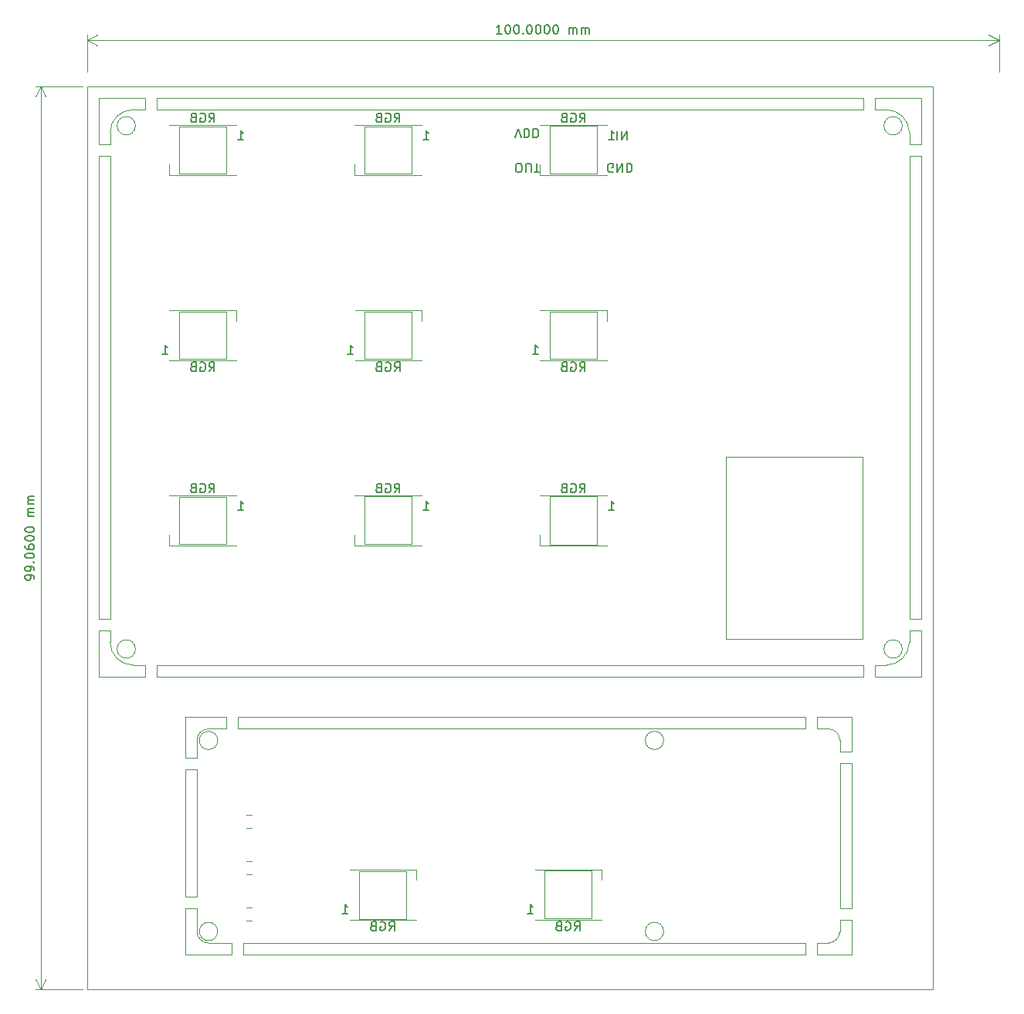
<source format=gbr>
%TF.GenerationSoftware,KiCad,Pcbnew,(6.0.5)*%
%TF.CreationDate,2022-06-14T18:11:56+08:00*%
%TF.ProjectId,keyboard_V4___,6b657962-6f61-4726-945f-56345f087f2e,rev?*%
%TF.SameCoordinates,Original*%
%TF.FileFunction,Legend,Bot*%
%TF.FilePolarity,Positive*%
%FSLAX46Y46*%
G04 Gerber Fmt 4.6, Leading zero omitted, Abs format (unit mm)*
G04 Created by KiCad (PCBNEW (6.0.5)) date 2022-06-14 18:11:56*
%MOMM*%
%LPD*%
G01*
G04 APERTURE LIST*
%TA.AperFunction,Profile*%
%ADD10C,0.050000*%
%TD*%
%ADD11C,0.150000*%
%ADD12C,0.120000*%
G04 APERTURE END LIST*
D10*
X110490000Y-125095000D02*
G75*
G03*
X109220000Y-123825000I-1270000J0D01*
G01*
X40005000Y-146050000D02*
G75*
G03*
X41275000Y-147320000I1270000J0D01*
G01*
X119380000Y-60960000D02*
X118110000Y-60960000D01*
X114300000Y-116840000D02*
X114300000Y-118110000D01*
X30480000Y-113030000D02*
X30480000Y-114300000D01*
X106680000Y-148590000D02*
X106680000Y-147320000D01*
X44450000Y-122555000D02*
X44450000Y-123825000D01*
X40005000Y-125095000D02*
X40005000Y-127000000D01*
X111760000Y-148590000D02*
X111760000Y-144780000D01*
X43241538Y-103567747D02*
X38059938Y-103567747D01*
X38059938Y-103567747D02*
X38059938Y-98356147D01*
X38059938Y-98356147D02*
X43241538Y-98356147D01*
X43241538Y-98356147D02*
X43241538Y-103567747D01*
X110490000Y-126365000D02*
X110490000Y-125095000D01*
X109220000Y-147320000D02*
G75*
G03*
X110490000Y-146050000I0J1270000D01*
G01*
X119380000Y-111760000D02*
X119380000Y-60960000D01*
X113030000Y-55880000D02*
X35560000Y-55880000D01*
X118110000Y-111760000D02*
X119380000Y-111760000D01*
X57789200Y-139414200D02*
X62970800Y-139414200D01*
X62970800Y-139414200D02*
X62970800Y-144666600D01*
X62970800Y-144666600D02*
X57789200Y-144666600D01*
X57789200Y-144666600D02*
X57789200Y-139414200D01*
X113030000Y-55880000D02*
X113030000Y-54610000D01*
X29210000Y-54610000D02*
X29210000Y-59690000D01*
X107950000Y-147320000D02*
X107950000Y-148590000D01*
X35560000Y-116840000D02*
X35560000Y-118110000D01*
X34290000Y-54610000D02*
X34290000Y-55880000D01*
X83870800Y-83235800D02*
X78689200Y-83235800D01*
X78689200Y-83235800D02*
X78689200Y-78054200D01*
X78689200Y-78054200D02*
X83870800Y-78054200D01*
X83870800Y-78054200D02*
X83870800Y-83235800D01*
X40005000Y-128270000D02*
X40005000Y-142240000D01*
X27940000Y-53340000D02*
X120650000Y-53340000D01*
X120650000Y-53340000D02*
X120650000Y-152400000D01*
X120650000Y-152400000D02*
X27940000Y-152400000D01*
X27940000Y-152400000D02*
X27940000Y-53340000D01*
X40005000Y-143510000D02*
X40005000Y-146050000D01*
X114300000Y-55880000D02*
X114300000Y-54610000D01*
X117332000Y-57658000D02*
G75*
G03*
X117332000Y-57658000I-1000000J0D01*
G01*
X110490000Y-144780000D02*
X110490000Y-146050000D01*
X38735000Y-142240000D02*
X38735000Y-128270000D01*
X110490000Y-143510000D02*
X111760000Y-143510000D01*
X111760000Y-143510000D02*
X111760000Y-127635000D01*
X34290000Y-54610000D02*
X29210000Y-54610000D01*
X30480000Y-60960000D02*
X29210000Y-60960000D01*
X83876806Y-103618547D02*
X78695206Y-103618547D01*
X78695206Y-103618547D02*
X78695206Y-98315347D01*
X78695206Y-98315347D02*
X83876806Y-98315347D01*
X83876806Y-98315347D02*
X83876806Y-103618547D01*
X35560000Y-54610000D02*
X35560000Y-55880000D01*
X43241538Y-83255800D02*
X38059938Y-83255800D01*
X38059938Y-83255800D02*
X38059938Y-78054200D01*
X38059938Y-78054200D02*
X43241538Y-78054200D01*
X43241538Y-78054200D02*
X43241538Y-83255800D01*
X111760000Y-144780000D02*
X110490000Y-144780000D01*
X38735000Y-143510000D02*
X40005000Y-143510000D01*
X91170000Y-146050000D02*
G75*
G03*
X91170000Y-146050000I-1000000J0D01*
G01*
X30480000Y-59690000D02*
X30480000Y-58420000D01*
X29210000Y-60960000D02*
X29210000Y-111760000D01*
X119380000Y-54610000D02*
X119380000Y-59690000D01*
X63559172Y-83255800D02*
X58377572Y-83255800D01*
X58377572Y-83255800D02*
X58377572Y-78054200D01*
X58377572Y-78054200D02*
X63559172Y-78054200D01*
X63559172Y-78054200D02*
X63559172Y-83255800D01*
X63550800Y-103575000D02*
X58369200Y-103575000D01*
X58369200Y-103575000D02*
X58369200Y-98322600D01*
X58369200Y-98322600D02*
X63550800Y-98322600D01*
X63550800Y-98322600D02*
X63550800Y-103575000D01*
X33020000Y-55880000D02*
X34290000Y-55880000D01*
X43815000Y-148590000D02*
X43815000Y-147320000D01*
X119380000Y-118110000D02*
X119380000Y-113030000D01*
X43180000Y-123825000D02*
X41275000Y-123825000D01*
X115570000Y-55880000D02*
X114300000Y-55880000D01*
X117332000Y-115062000D02*
G75*
G03*
X117332000Y-115062000I-1000000J0D01*
G01*
X41275000Y-123825000D02*
G75*
G03*
X40005000Y-125095000I0J-1270000D01*
G01*
X40005000Y-127000000D02*
X38735000Y-127000000D01*
X114300000Y-54610000D02*
X119380000Y-54610000D01*
X78109200Y-139398800D02*
X83290800Y-139398800D01*
X83290800Y-139398800D02*
X83290800Y-144651200D01*
X83290800Y-144651200D02*
X78109200Y-144651200D01*
X78109200Y-144651200D02*
X78109200Y-139398800D01*
X118110000Y-60960000D02*
X118110000Y-111760000D01*
X113030000Y-54610000D02*
X35560000Y-54610000D01*
X30480000Y-60960000D02*
X30480000Y-111760000D01*
X106680000Y-147320000D02*
X45085000Y-147320000D01*
X44450000Y-123825000D02*
X106680000Y-123825000D01*
X30480000Y-114300000D02*
G75*
G03*
X33020000Y-116840000I2540000J0D01*
G01*
X42275000Y-125095000D02*
G75*
G03*
X42275000Y-125095000I-1000000J0D01*
G01*
X45085000Y-147320000D02*
X45085000Y-148590000D01*
X110490000Y-127635000D02*
X110490000Y-143510000D01*
X111760000Y-122555000D02*
X111760000Y-126365000D01*
X30480000Y-113030000D02*
X29210000Y-113030000D01*
X107950000Y-148590000D02*
X111760000Y-148590000D01*
X43230800Y-62935800D02*
X38049200Y-62935800D01*
X38049200Y-62935800D02*
X38049200Y-57714200D01*
X38049200Y-57714200D02*
X43230800Y-57714200D01*
X43230800Y-57714200D02*
X43230800Y-62935800D01*
X34290000Y-118110000D02*
X34290000Y-116840000D01*
X38735000Y-122555000D02*
X43180000Y-122555000D01*
X29210000Y-111760000D02*
X30480000Y-111760000D01*
X40005000Y-142240000D02*
X38735000Y-142240000D01*
X111760000Y-127635000D02*
X110490000Y-127635000D01*
X113030000Y-118110000D02*
X113030000Y-116840000D01*
X119380000Y-59690000D02*
X118110000Y-59690000D01*
X106680000Y-122555000D02*
X44450000Y-122555000D01*
X43815000Y-147320000D02*
X41275000Y-147320000D01*
X45085000Y-148590000D02*
X106680000Y-148590000D01*
X115570000Y-116840000D02*
X114300000Y-116840000D01*
X118110000Y-58420000D02*
X118110000Y-59690000D01*
X114300000Y-118110000D02*
X119380000Y-118110000D01*
X109220000Y-123825000D02*
X107950000Y-123825000D01*
X35560000Y-116840000D02*
X113030000Y-116840000D01*
X29210000Y-113030000D02*
X29210000Y-118110000D01*
X107950000Y-123825000D02*
X107950000Y-122555000D01*
X34290000Y-116840000D02*
X33020000Y-116840000D01*
X83870800Y-62925800D02*
X78689200Y-62925800D01*
X78689200Y-62925800D02*
X78689200Y-57683400D01*
X78689200Y-57683400D02*
X83870800Y-57683400D01*
X83870800Y-57683400D02*
X83870800Y-62925800D01*
X38735000Y-127000000D02*
X38735000Y-122555000D01*
X107950000Y-122555000D02*
X111760000Y-122555000D01*
X35560000Y-118110000D02*
X113030000Y-118110000D01*
X33258000Y-57658000D02*
G75*
G03*
X33258000Y-57658000I-1000000J0D01*
G01*
X38735000Y-143510000D02*
X38735000Y-148590000D01*
X91170000Y-125095000D02*
G75*
G03*
X91170000Y-125095000I-1000000J0D01*
G01*
X29210000Y-118110000D02*
X34290000Y-118110000D01*
X33020000Y-55880000D02*
G75*
G03*
X30480000Y-58420000I0J-2540000D01*
G01*
X118110000Y-58420000D02*
G75*
G03*
X115570000Y-55880000I-2540000J0D01*
G01*
X63550800Y-62935800D02*
X58369200Y-62935800D01*
X58369200Y-62935800D02*
X58369200Y-57714200D01*
X58369200Y-57714200D02*
X63550800Y-57714200D01*
X63550800Y-57714200D02*
X63550800Y-62935800D01*
X98000000Y-94000000D02*
X113000000Y-94000000D01*
X113000000Y-94000000D02*
X113000000Y-114000000D01*
X113000000Y-114000000D02*
X98000000Y-114000000D01*
X98000000Y-114000000D02*
X98000000Y-94000000D01*
X29210000Y-59690000D02*
X30480000Y-59690000D01*
X43180000Y-122555000D02*
X43180000Y-123825000D01*
X106680000Y-123825000D02*
X106680000Y-122555000D01*
X42275000Y-146050000D02*
G75*
G03*
X42275000Y-146050000I-1000000J0D01*
G01*
X118110000Y-113030000D02*
X118110000Y-114300000D01*
X115570000Y-116840000D02*
G75*
G03*
X118110000Y-114300000I0J2540000D01*
G01*
X33258000Y-115062000D02*
G75*
G03*
X33258000Y-115062000I-1000000J0D01*
G01*
X38735000Y-148590000D02*
X43815000Y-148590000D01*
X109220000Y-147320000D02*
X107950000Y-147320000D01*
X119380000Y-113030000D02*
X118110000Y-113030000D01*
X111760000Y-126365000D02*
X110490000Y-126365000D01*
X38735000Y-128270000D02*
X40005000Y-128270000D01*
D11*
X75200000Y-62777619D02*
X75390476Y-62777619D01*
X75485714Y-62730000D01*
X75580952Y-62634761D01*
X75628571Y-62444285D01*
X75628571Y-62110952D01*
X75580952Y-61920476D01*
X75485714Y-61825238D01*
X75390476Y-61777619D01*
X75200000Y-61777619D01*
X75104761Y-61825238D01*
X75009523Y-61920476D01*
X74961904Y-62110952D01*
X74961904Y-62444285D01*
X75009523Y-62634761D01*
X75104761Y-62730000D01*
X75200000Y-62777619D01*
X76057142Y-62777619D02*
X76057142Y-61968095D01*
X76104761Y-61872857D01*
X76152380Y-61825238D01*
X76247619Y-61777619D01*
X76438095Y-61777619D01*
X76533333Y-61825238D01*
X76580952Y-61872857D01*
X76628571Y-61968095D01*
X76628571Y-62777619D01*
X76961904Y-62777619D02*
X77533333Y-62777619D01*
X77247619Y-61777619D02*
X77247619Y-62777619D01*
X74866666Y-58967619D02*
X75200000Y-57967619D01*
X75533333Y-58967619D01*
X75866666Y-57967619D02*
X75866666Y-58967619D01*
X76104761Y-58967619D01*
X76247619Y-58920000D01*
X76342857Y-58824761D01*
X76390476Y-58729523D01*
X76438095Y-58539047D01*
X76438095Y-58396190D01*
X76390476Y-58205714D01*
X76342857Y-58110476D01*
X76247619Y-58015238D01*
X76104761Y-57967619D01*
X75866666Y-57967619D01*
X76866666Y-57967619D02*
X76866666Y-58967619D01*
X77104761Y-58967619D01*
X77247619Y-58920000D01*
X77342857Y-58824761D01*
X77390476Y-58729523D01*
X77438095Y-58539047D01*
X77438095Y-58396190D01*
X77390476Y-58205714D01*
X77342857Y-58110476D01*
X77247619Y-58015238D01*
X77104761Y-57967619D01*
X76866666Y-57967619D01*
X85598095Y-62730000D02*
X85502857Y-62777619D01*
X85360000Y-62777619D01*
X85217142Y-62730000D01*
X85121904Y-62634761D01*
X85074285Y-62539523D01*
X85026666Y-62349047D01*
X85026666Y-62206190D01*
X85074285Y-62015714D01*
X85121904Y-61920476D01*
X85217142Y-61825238D01*
X85360000Y-61777619D01*
X85455238Y-61777619D01*
X85598095Y-61825238D01*
X85645714Y-61872857D01*
X85645714Y-62206190D01*
X85455238Y-62206190D01*
X86074285Y-61777619D02*
X86074285Y-62777619D01*
X86645714Y-61777619D01*
X86645714Y-62777619D01*
X87121904Y-61777619D02*
X87121904Y-62777619D01*
X87360000Y-62777619D01*
X87502857Y-62730000D01*
X87598095Y-62634761D01*
X87645714Y-62539523D01*
X87693333Y-62349047D01*
X87693333Y-62206190D01*
X87645714Y-62015714D01*
X87598095Y-61920476D01*
X87502857Y-61825238D01*
X87360000Y-61777619D01*
X87121904Y-61777619D01*
X86090190Y-58221619D02*
X86090190Y-59221619D01*
X86566380Y-58221619D02*
X86566380Y-59221619D01*
X87137809Y-58221619D01*
X87137809Y-59221619D01*
X73416190Y-47562380D02*
X72844761Y-47562380D01*
X73130476Y-47562380D02*
X73130476Y-46562380D01*
X73035238Y-46705238D01*
X72940000Y-46800476D01*
X72844761Y-46848095D01*
X74035238Y-46562380D02*
X74130476Y-46562380D01*
X74225714Y-46610000D01*
X74273333Y-46657619D01*
X74320952Y-46752857D01*
X74368571Y-46943333D01*
X74368571Y-47181428D01*
X74320952Y-47371904D01*
X74273333Y-47467142D01*
X74225714Y-47514761D01*
X74130476Y-47562380D01*
X74035238Y-47562380D01*
X73940000Y-47514761D01*
X73892380Y-47467142D01*
X73844761Y-47371904D01*
X73797142Y-47181428D01*
X73797142Y-46943333D01*
X73844761Y-46752857D01*
X73892380Y-46657619D01*
X73940000Y-46610000D01*
X74035238Y-46562380D01*
X74987619Y-46562380D02*
X75082857Y-46562380D01*
X75178095Y-46610000D01*
X75225714Y-46657619D01*
X75273333Y-46752857D01*
X75320952Y-46943333D01*
X75320952Y-47181428D01*
X75273333Y-47371904D01*
X75225714Y-47467142D01*
X75178095Y-47514761D01*
X75082857Y-47562380D01*
X74987619Y-47562380D01*
X74892380Y-47514761D01*
X74844761Y-47467142D01*
X74797142Y-47371904D01*
X74749523Y-47181428D01*
X74749523Y-46943333D01*
X74797142Y-46752857D01*
X74844761Y-46657619D01*
X74892380Y-46610000D01*
X74987619Y-46562380D01*
X75749523Y-47467142D02*
X75797142Y-47514761D01*
X75749523Y-47562380D01*
X75701904Y-47514761D01*
X75749523Y-47467142D01*
X75749523Y-47562380D01*
X76416190Y-46562380D02*
X76511428Y-46562380D01*
X76606666Y-46610000D01*
X76654285Y-46657619D01*
X76701904Y-46752857D01*
X76749523Y-46943333D01*
X76749523Y-47181428D01*
X76701904Y-47371904D01*
X76654285Y-47467142D01*
X76606666Y-47514761D01*
X76511428Y-47562380D01*
X76416190Y-47562380D01*
X76320952Y-47514761D01*
X76273333Y-47467142D01*
X76225714Y-47371904D01*
X76178095Y-47181428D01*
X76178095Y-46943333D01*
X76225714Y-46752857D01*
X76273333Y-46657619D01*
X76320952Y-46610000D01*
X76416190Y-46562380D01*
X77368571Y-46562380D02*
X77463809Y-46562380D01*
X77559047Y-46610000D01*
X77606666Y-46657619D01*
X77654285Y-46752857D01*
X77701904Y-46943333D01*
X77701904Y-47181428D01*
X77654285Y-47371904D01*
X77606666Y-47467142D01*
X77559047Y-47514761D01*
X77463809Y-47562380D01*
X77368571Y-47562380D01*
X77273333Y-47514761D01*
X77225714Y-47467142D01*
X77178095Y-47371904D01*
X77130476Y-47181428D01*
X77130476Y-46943333D01*
X77178095Y-46752857D01*
X77225714Y-46657619D01*
X77273333Y-46610000D01*
X77368571Y-46562380D01*
X78320952Y-46562380D02*
X78416190Y-46562380D01*
X78511428Y-46610000D01*
X78559047Y-46657619D01*
X78606666Y-46752857D01*
X78654285Y-46943333D01*
X78654285Y-47181428D01*
X78606666Y-47371904D01*
X78559047Y-47467142D01*
X78511428Y-47514761D01*
X78416190Y-47562380D01*
X78320952Y-47562380D01*
X78225714Y-47514761D01*
X78178095Y-47467142D01*
X78130476Y-47371904D01*
X78082857Y-47181428D01*
X78082857Y-46943333D01*
X78130476Y-46752857D01*
X78178095Y-46657619D01*
X78225714Y-46610000D01*
X78320952Y-46562380D01*
X79273333Y-46562380D02*
X79368571Y-46562380D01*
X79463809Y-46610000D01*
X79511428Y-46657619D01*
X79559047Y-46752857D01*
X79606666Y-46943333D01*
X79606666Y-47181428D01*
X79559047Y-47371904D01*
X79511428Y-47467142D01*
X79463809Y-47514761D01*
X79368571Y-47562380D01*
X79273333Y-47562380D01*
X79178095Y-47514761D01*
X79130476Y-47467142D01*
X79082857Y-47371904D01*
X79035238Y-47181428D01*
X79035238Y-46943333D01*
X79082857Y-46752857D01*
X79130476Y-46657619D01*
X79178095Y-46610000D01*
X79273333Y-46562380D01*
X80797142Y-47562380D02*
X80797142Y-46895714D01*
X80797142Y-46990952D02*
X80844761Y-46943333D01*
X80940000Y-46895714D01*
X81082857Y-46895714D01*
X81178095Y-46943333D01*
X81225714Y-47038571D01*
X81225714Y-47562380D01*
X81225714Y-47038571D02*
X81273333Y-46943333D01*
X81368571Y-46895714D01*
X81511428Y-46895714D01*
X81606666Y-46943333D01*
X81654285Y-47038571D01*
X81654285Y-47562380D01*
X82130476Y-47562380D02*
X82130476Y-46895714D01*
X82130476Y-46990952D02*
X82178095Y-46943333D01*
X82273333Y-46895714D01*
X82416190Y-46895714D01*
X82511428Y-46943333D01*
X82559047Y-47038571D01*
X82559047Y-47562380D01*
X82559047Y-47038571D02*
X82606666Y-46943333D01*
X82701904Y-46895714D01*
X82844761Y-46895714D01*
X82940000Y-46943333D01*
X82987619Y-47038571D01*
X82987619Y-47562380D01*
D12*
X27940000Y-51760000D02*
X27940000Y-47673580D01*
X127940000Y-51760000D02*
X127940000Y-47673580D01*
X27940000Y-48260000D02*
X127940000Y-48260000D01*
X27940000Y-48260000D02*
X127940000Y-48260000D01*
X27940000Y-48260000D02*
X29066504Y-48846421D01*
X27940000Y-48260000D02*
X29066504Y-47673579D01*
X127940000Y-48260000D02*
X126813496Y-47673579D01*
X127940000Y-48260000D02*
X126813496Y-48846421D01*
D11*
X22162380Y-107393809D02*
X22162380Y-107203333D01*
X22114761Y-107108095D01*
X22067142Y-107060476D01*
X21924285Y-106965238D01*
X21733809Y-106917619D01*
X21352857Y-106917619D01*
X21257619Y-106965238D01*
X21210000Y-107012857D01*
X21162380Y-107108095D01*
X21162380Y-107298571D01*
X21210000Y-107393809D01*
X21257619Y-107441428D01*
X21352857Y-107489047D01*
X21590952Y-107489047D01*
X21686190Y-107441428D01*
X21733809Y-107393809D01*
X21781428Y-107298571D01*
X21781428Y-107108095D01*
X21733809Y-107012857D01*
X21686190Y-106965238D01*
X21590952Y-106917619D01*
X22162380Y-106441428D02*
X22162380Y-106250952D01*
X22114761Y-106155714D01*
X22067142Y-106108095D01*
X21924285Y-106012857D01*
X21733809Y-105965238D01*
X21352857Y-105965238D01*
X21257619Y-106012857D01*
X21210000Y-106060476D01*
X21162380Y-106155714D01*
X21162380Y-106346190D01*
X21210000Y-106441428D01*
X21257619Y-106489047D01*
X21352857Y-106536666D01*
X21590952Y-106536666D01*
X21686190Y-106489047D01*
X21733809Y-106441428D01*
X21781428Y-106346190D01*
X21781428Y-106155714D01*
X21733809Y-106060476D01*
X21686190Y-106012857D01*
X21590952Y-105965238D01*
X22067142Y-105536666D02*
X22114761Y-105489047D01*
X22162380Y-105536666D01*
X22114761Y-105584285D01*
X22067142Y-105536666D01*
X22162380Y-105536666D01*
X21162380Y-104870000D02*
X21162380Y-104774761D01*
X21210000Y-104679523D01*
X21257619Y-104631904D01*
X21352857Y-104584285D01*
X21543333Y-104536666D01*
X21781428Y-104536666D01*
X21971904Y-104584285D01*
X22067142Y-104631904D01*
X22114761Y-104679523D01*
X22162380Y-104774761D01*
X22162380Y-104870000D01*
X22114761Y-104965238D01*
X22067142Y-105012857D01*
X21971904Y-105060476D01*
X21781428Y-105108095D01*
X21543333Y-105108095D01*
X21352857Y-105060476D01*
X21257619Y-105012857D01*
X21210000Y-104965238D01*
X21162380Y-104870000D01*
X21162380Y-103679523D02*
X21162380Y-103870000D01*
X21210000Y-103965238D01*
X21257619Y-104012857D01*
X21400476Y-104108095D01*
X21590952Y-104155714D01*
X21971904Y-104155714D01*
X22067142Y-104108095D01*
X22114761Y-104060476D01*
X22162380Y-103965238D01*
X22162380Y-103774761D01*
X22114761Y-103679523D01*
X22067142Y-103631904D01*
X21971904Y-103584285D01*
X21733809Y-103584285D01*
X21638571Y-103631904D01*
X21590952Y-103679523D01*
X21543333Y-103774761D01*
X21543333Y-103965238D01*
X21590952Y-104060476D01*
X21638571Y-104108095D01*
X21733809Y-104155714D01*
X21162380Y-102965238D02*
X21162380Y-102870000D01*
X21210000Y-102774761D01*
X21257619Y-102727142D01*
X21352857Y-102679523D01*
X21543333Y-102631904D01*
X21781428Y-102631904D01*
X21971904Y-102679523D01*
X22067142Y-102727142D01*
X22114761Y-102774761D01*
X22162380Y-102870000D01*
X22162380Y-102965238D01*
X22114761Y-103060476D01*
X22067142Y-103108095D01*
X21971904Y-103155714D01*
X21781428Y-103203333D01*
X21543333Y-103203333D01*
X21352857Y-103155714D01*
X21257619Y-103108095D01*
X21210000Y-103060476D01*
X21162380Y-102965238D01*
X21162380Y-102012857D02*
X21162380Y-101917619D01*
X21210000Y-101822380D01*
X21257619Y-101774761D01*
X21352857Y-101727142D01*
X21543333Y-101679523D01*
X21781428Y-101679523D01*
X21971904Y-101727142D01*
X22067142Y-101774761D01*
X22114761Y-101822380D01*
X22162380Y-101917619D01*
X22162380Y-102012857D01*
X22114761Y-102108095D01*
X22067142Y-102155714D01*
X21971904Y-102203333D01*
X21781428Y-102250952D01*
X21543333Y-102250952D01*
X21352857Y-102203333D01*
X21257619Y-102155714D01*
X21210000Y-102108095D01*
X21162380Y-102012857D01*
X22162380Y-100489047D02*
X21495714Y-100489047D01*
X21590952Y-100489047D02*
X21543333Y-100441428D01*
X21495714Y-100346190D01*
X21495714Y-100203333D01*
X21543333Y-100108095D01*
X21638571Y-100060476D01*
X22162380Y-100060476D01*
X21638571Y-100060476D02*
X21543333Y-100012857D01*
X21495714Y-99917619D01*
X21495714Y-99774761D01*
X21543333Y-99679523D01*
X21638571Y-99631904D01*
X22162380Y-99631904D01*
X22162380Y-99155714D02*
X21495714Y-99155714D01*
X21590952Y-99155714D02*
X21543333Y-99108095D01*
X21495714Y-99012857D01*
X21495714Y-98870000D01*
X21543333Y-98774761D01*
X21638571Y-98727142D01*
X22162380Y-98727142D01*
X21638571Y-98727142D02*
X21543333Y-98679523D01*
X21495714Y-98584285D01*
X21495714Y-98441428D01*
X21543333Y-98346190D01*
X21638571Y-98298571D01*
X22162380Y-98298571D01*
D12*
X27440000Y-53340000D02*
X22273580Y-53340000D01*
X27440000Y-152400000D02*
X22273580Y-152400000D01*
X22860000Y-53340000D02*
X22860000Y-152400000D01*
X22860000Y-53340000D02*
X22860000Y-152400000D01*
X22860000Y-53340000D02*
X22273579Y-54466504D01*
X22860000Y-53340000D02*
X23446421Y-54466504D01*
X22860000Y-152400000D02*
X23446421Y-151273496D01*
X22860000Y-152400000D02*
X22273579Y-151273496D01*
D11*
%TO.C,RGB*%
X61650476Y-57277380D02*
X61983809Y-56801190D01*
X62221904Y-57277380D02*
X62221904Y-56277380D01*
X61840952Y-56277380D01*
X61745714Y-56325000D01*
X61698095Y-56372619D01*
X61650476Y-56467857D01*
X61650476Y-56610714D01*
X61698095Y-56705952D01*
X61745714Y-56753571D01*
X61840952Y-56801190D01*
X62221904Y-56801190D01*
X60698095Y-56325000D02*
X60793333Y-56277380D01*
X60936190Y-56277380D01*
X61079047Y-56325000D01*
X61174285Y-56420238D01*
X61221904Y-56515476D01*
X61269523Y-56705952D01*
X61269523Y-56848809D01*
X61221904Y-57039285D01*
X61174285Y-57134523D01*
X61079047Y-57229761D01*
X60936190Y-57277380D01*
X60840952Y-57277380D01*
X60698095Y-57229761D01*
X60650476Y-57182142D01*
X60650476Y-56848809D01*
X60840952Y-56848809D01*
X59888571Y-56753571D02*
X59745714Y-56801190D01*
X59698095Y-56848809D01*
X59650476Y-56944047D01*
X59650476Y-57086904D01*
X59698095Y-57182142D01*
X59745714Y-57229761D01*
X59840952Y-57277380D01*
X60221904Y-57277380D01*
X60221904Y-56277380D01*
X59888571Y-56277380D01*
X59793333Y-56325000D01*
X59745714Y-56372619D01*
X59698095Y-56467857D01*
X59698095Y-56563095D01*
X59745714Y-56658333D01*
X59793333Y-56705952D01*
X59888571Y-56753571D01*
X60221904Y-56753571D01*
X64824285Y-59177380D02*
X65395714Y-59177380D01*
X65110000Y-59177380D02*
X65110000Y-58177380D01*
X65205238Y-58320238D01*
X65300476Y-58415476D01*
X65395714Y-58463095D01*
X41330476Y-97917380D02*
X41663809Y-97441190D01*
X41901904Y-97917380D02*
X41901904Y-96917380D01*
X41520952Y-96917380D01*
X41425714Y-96965000D01*
X41378095Y-97012619D01*
X41330476Y-97107857D01*
X41330476Y-97250714D01*
X41378095Y-97345952D01*
X41425714Y-97393571D01*
X41520952Y-97441190D01*
X41901904Y-97441190D01*
X40378095Y-96965000D02*
X40473333Y-96917380D01*
X40616190Y-96917380D01*
X40759047Y-96965000D01*
X40854285Y-97060238D01*
X40901904Y-97155476D01*
X40949523Y-97345952D01*
X40949523Y-97488809D01*
X40901904Y-97679285D01*
X40854285Y-97774523D01*
X40759047Y-97869761D01*
X40616190Y-97917380D01*
X40520952Y-97917380D01*
X40378095Y-97869761D01*
X40330476Y-97822142D01*
X40330476Y-97488809D01*
X40520952Y-97488809D01*
X39568571Y-97393571D02*
X39425714Y-97441190D01*
X39378095Y-97488809D01*
X39330476Y-97584047D01*
X39330476Y-97726904D01*
X39378095Y-97822142D01*
X39425714Y-97869761D01*
X39520952Y-97917380D01*
X39901904Y-97917380D01*
X39901904Y-96917380D01*
X39568571Y-96917380D01*
X39473333Y-96965000D01*
X39425714Y-97012619D01*
X39378095Y-97107857D01*
X39378095Y-97203095D01*
X39425714Y-97298333D01*
X39473333Y-97345952D01*
X39568571Y-97393571D01*
X39901904Y-97393571D01*
X44504285Y-99817380D02*
X45075714Y-99817380D01*
X44790000Y-99817380D02*
X44790000Y-98817380D01*
X44885238Y-98960238D01*
X44980476Y-99055476D01*
X45075714Y-99103095D01*
X41330476Y-57277380D02*
X41663809Y-56801190D01*
X41901904Y-57277380D02*
X41901904Y-56277380D01*
X41520952Y-56277380D01*
X41425714Y-56325000D01*
X41378095Y-56372619D01*
X41330476Y-56467857D01*
X41330476Y-56610714D01*
X41378095Y-56705952D01*
X41425714Y-56753571D01*
X41520952Y-56801190D01*
X41901904Y-56801190D01*
X40378095Y-56325000D02*
X40473333Y-56277380D01*
X40616190Y-56277380D01*
X40759047Y-56325000D01*
X40854285Y-56420238D01*
X40901904Y-56515476D01*
X40949523Y-56705952D01*
X40949523Y-56848809D01*
X40901904Y-57039285D01*
X40854285Y-57134523D01*
X40759047Y-57229761D01*
X40616190Y-57277380D01*
X40520952Y-57277380D01*
X40378095Y-57229761D01*
X40330476Y-57182142D01*
X40330476Y-56848809D01*
X40520952Y-56848809D01*
X39568571Y-56753571D02*
X39425714Y-56801190D01*
X39378095Y-56848809D01*
X39330476Y-56944047D01*
X39330476Y-57086904D01*
X39378095Y-57182142D01*
X39425714Y-57229761D01*
X39520952Y-57277380D01*
X39901904Y-57277380D01*
X39901904Y-56277380D01*
X39568571Y-56277380D01*
X39473333Y-56325000D01*
X39425714Y-56372619D01*
X39378095Y-56467857D01*
X39378095Y-56563095D01*
X39425714Y-56658333D01*
X39473333Y-56705952D01*
X39568571Y-56753571D01*
X39901904Y-56753571D01*
X44504285Y-59177380D02*
X45075714Y-59177380D01*
X44790000Y-59177380D02*
X44790000Y-58177380D01*
X44885238Y-58320238D01*
X44980476Y-58415476D01*
X45075714Y-58463095D01*
X61650476Y-97917380D02*
X61983809Y-97441190D01*
X62221904Y-97917380D02*
X62221904Y-96917380D01*
X61840952Y-96917380D01*
X61745714Y-96965000D01*
X61698095Y-97012619D01*
X61650476Y-97107857D01*
X61650476Y-97250714D01*
X61698095Y-97345952D01*
X61745714Y-97393571D01*
X61840952Y-97441190D01*
X62221904Y-97441190D01*
X60698095Y-96965000D02*
X60793333Y-96917380D01*
X60936190Y-96917380D01*
X61079047Y-96965000D01*
X61174285Y-97060238D01*
X61221904Y-97155476D01*
X61269523Y-97345952D01*
X61269523Y-97488809D01*
X61221904Y-97679285D01*
X61174285Y-97774523D01*
X61079047Y-97869761D01*
X60936190Y-97917380D01*
X60840952Y-97917380D01*
X60698095Y-97869761D01*
X60650476Y-97822142D01*
X60650476Y-97488809D01*
X60840952Y-97488809D01*
X59888571Y-97393571D02*
X59745714Y-97441190D01*
X59698095Y-97488809D01*
X59650476Y-97584047D01*
X59650476Y-97726904D01*
X59698095Y-97822142D01*
X59745714Y-97869761D01*
X59840952Y-97917380D01*
X60221904Y-97917380D01*
X60221904Y-96917380D01*
X59888571Y-96917380D01*
X59793333Y-96965000D01*
X59745714Y-97012619D01*
X59698095Y-97107857D01*
X59698095Y-97203095D01*
X59745714Y-97298333D01*
X59793333Y-97345952D01*
X59888571Y-97393571D01*
X60221904Y-97393571D01*
X64824285Y-99817380D02*
X65395714Y-99817380D01*
X65110000Y-99817380D02*
X65110000Y-98817380D01*
X65205238Y-98960238D01*
X65300476Y-99055476D01*
X65395714Y-99103095D01*
X81970476Y-97917380D02*
X82303809Y-97441190D01*
X82541904Y-97917380D02*
X82541904Y-96917380D01*
X82160952Y-96917380D01*
X82065714Y-96965000D01*
X82018095Y-97012619D01*
X81970476Y-97107857D01*
X81970476Y-97250714D01*
X82018095Y-97345952D01*
X82065714Y-97393571D01*
X82160952Y-97441190D01*
X82541904Y-97441190D01*
X81018095Y-96965000D02*
X81113333Y-96917380D01*
X81256190Y-96917380D01*
X81399047Y-96965000D01*
X81494285Y-97060238D01*
X81541904Y-97155476D01*
X81589523Y-97345952D01*
X81589523Y-97488809D01*
X81541904Y-97679285D01*
X81494285Y-97774523D01*
X81399047Y-97869761D01*
X81256190Y-97917380D01*
X81160952Y-97917380D01*
X81018095Y-97869761D01*
X80970476Y-97822142D01*
X80970476Y-97488809D01*
X81160952Y-97488809D01*
X80208571Y-97393571D02*
X80065714Y-97441190D01*
X80018095Y-97488809D01*
X79970476Y-97584047D01*
X79970476Y-97726904D01*
X80018095Y-97822142D01*
X80065714Y-97869761D01*
X80160952Y-97917380D01*
X80541904Y-97917380D01*
X80541904Y-96917380D01*
X80208571Y-96917380D01*
X80113333Y-96965000D01*
X80065714Y-97012619D01*
X80018095Y-97107857D01*
X80018095Y-97203095D01*
X80065714Y-97298333D01*
X80113333Y-97345952D01*
X80208571Y-97393571D01*
X80541904Y-97393571D01*
X85144285Y-99817380D02*
X85715714Y-99817380D01*
X85430000Y-99817380D02*
X85430000Y-98817380D01*
X85525238Y-98960238D01*
X85620476Y-99055476D01*
X85715714Y-99103095D01*
X81970476Y-57277380D02*
X82303809Y-56801190D01*
X82541904Y-57277380D02*
X82541904Y-56277380D01*
X82160952Y-56277380D01*
X82065714Y-56325000D01*
X82018095Y-56372619D01*
X81970476Y-56467857D01*
X81970476Y-56610714D01*
X82018095Y-56705952D01*
X82065714Y-56753571D01*
X82160952Y-56801190D01*
X82541904Y-56801190D01*
X81018095Y-56325000D02*
X81113333Y-56277380D01*
X81256190Y-56277380D01*
X81399047Y-56325000D01*
X81494285Y-56420238D01*
X81541904Y-56515476D01*
X81589523Y-56705952D01*
X81589523Y-56848809D01*
X81541904Y-57039285D01*
X81494285Y-57134523D01*
X81399047Y-57229761D01*
X81256190Y-57277380D01*
X81160952Y-57277380D01*
X81018095Y-57229761D01*
X80970476Y-57182142D01*
X80970476Y-56848809D01*
X81160952Y-56848809D01*
X80208571Y-56753571D02*
X80065714Y-56801190D01*
X80018095Y-56848809D01*
X79970476Y-56944047D01*
X79970476Y-57086904D01*
X80018095Y-57182142D01*
X80065714Y-57229761D01*
X80160952Y-57277380D01*
X80541904Y-57277380D01*
X80541904Y-56277380D01*
X80208571Y-56277380D01*
X80113333Y-56325000D01*
X80065714Y-56372619D01*
X80018095Y-56467857D01*
X80018095Y-56563095D01*
X80065714Y-56658333D01*
X80113333Y-56705952D01*
X80208571Y-56753571D01*
X80541904Y-56753571D01*
X85144285Y-59177380D02*
X85715714Y-59177380D01*
X85430000Y-59177380D02*
X85430000Y-58177380D01*
X85525238Y-58320238D01*
X85620476Y-58415476D01*
X85715714Y-58463095D01*
X61659808Y-84605160D02*
X61993141Y-84128970D01*
X62231236Y-84605160D02*
X62231236Y-83605160D01*
X61850284Y-83605160D01*
X61755046Y-83652780D01*
X61707427Y-83700399D01*
X61659808Y-83795637D01*
X61659808Y-83938494D01*
X61707427Y-84033732D01*
X61755046Y-84081351D01*
X61850284Y-84128970D01*
X62231236Y-84128970D01*
X60707427Y-83652780D02*
X60802665Y-83605160D01*
X60945522Y-83605160D01*
X61088379Y-83652780D01*
X61183617Y-83748018D01*
X61231236Y-83843256D01*
X61278855Y-84033732D01*
X61278855Y-84176589D01*
X61231236Y-84367065D01*
X61183617Y-84462303D01*
X61088379Y-84557541D01*
X60945522Y-84605160D01*
X60850284Y-84605160D01*
X60707427Y-84557541D01*
X60659808Y-84509922D01*
X60659808Y-84176589D01*
X60850284Y-84176589D01*
X59897903Y-84081351D02*
X59755046Y-84128970D01*
X59707427Y-84176589D01*
X59659808Y-84271827D01*
X59659808Y-84414684D01*
X59707427Y-84509922D01*
X59755046Y-84557541D01*
X59850284Y-84605160D01*
X60231236Y-84605160D01*
X60231236Y-83605160D01*
X59897903Y-83605160D01*
X59802665Y-83652780D01*
X59755046Y-83700399D01*
X59707427Y-83795637D01*
X59707427Y-83890875D01*
X59755046Y-83986113D01*
X59802665Y-84033732D01*
X59897903Y-84081351D01*
X60231236Y-84081351D01*
X56533617Y-82705160D02*
X57105046Y-82705160D01*
X56819332Y-82705160D02*
X56819332Y-81705160D01*
X56914570Y-81848018D01*
X57009808Y-81943256D01*
X57105046Y-81990875D01*
X41336247Y-84605160D02*
X41669580Y-84128970D01*
X41907675Y-84605160D02*
X41907675Y-83605160D01*
X41526723Y-83605160D01*
X41431485Y-83652780D01*
X41383866Y-83700399D01*
X41336247Y-83795637D01*
X41336247Y-83938494D01*
X41383866Y-84033732D01*
X41431485Y-84081351D01*
X41526723Y-84128970D01*
X41907675Y-84128970D01*
X40383866Y-83652780D02*
X40479104Y-83605160D01*
X40621961Y-83605160D01*
X40764818Y-83652780D01*
X40860056Y-83748018D01*
X40907675Y-83843256D01*
X40955294Y-84033732D01*
X40955294Y-84176589D01*
X40907675Y-84367065D01*
X40860056Y-84462303D01*
X40764818Y-84557541D01*
X40621961Y-84605160D01*
X40526723Y-84605160D01*
X40383866Y-84557541D01*
X40336247Y-84509922D01*
X40336247Y-84176589D01*
X40526723Y-84176589D01*
X39574342Y-84081351D02*
X39431485Y-84128970D01*
X39383866Y-84176589D01*
X39336247Y-84271827D01*
X39336247Y-84414684D01*
X39383866Y-84509922D01*
X39431485Y-84557541D01*
X39526723Y-84605160D01*
X39907675Y-84605160D01*
X39907675Y-83605160D01*
X39574342Y-83605160D01*
X39479104Y-83652780D01*
X39431485Y-83700399D01*
X39383866Y-83795637D01*
X39383866Y-83890875D01*
X39431485Y-83986113D01*
X39479104Y-84033732D01*
X39574342Y-84081351D01*
X39907675Y-84081351D01*
X36210056Y-82705160D02*
X36781485Y-82705160D01*
X36495771Y-82705160D02*
X36495771Y-81705160D01*
X36591009Y-81848018D01*
X36686247Y-81943256D01*
X36781485Y-81990875D01*
X81970476Y-84597380D02*
X82303809Y-84121190D01*
X82541904Y-84597380D02*
X82541904Y-83597380D01*
X82160952Y-83597380D01*
X82065714Y-83645000D01*
X82018095Y-83692619D01*
X81970476Y-83787857D01*
X81970476Y-83930714D01*
X82018095Y-84025952D01*
X82065714Y-84073571D01*
X82160952Y-84121190D01*
X82541904Y-84121190D01*
X81018095Y-83645000D02*
X81113333Y-83597380D01*
X81256190Y-83597380D01*
X81399047Y-83645000D01*
X81494285Y-83740238D01*
X81541904Y-83835476D01*
X81589523Y-84025952D01*
X81589523Y-84168809D01*
X81541904Y-84359285D01*
X81494285Y-84454523D01*
X81399047Y-84549761D01*
X81256190Y-84597380D01*
X81160952Y-84597380D01*
X81018095Y-84549761D01*
X80970476Y-84502142D01*
X80970476Y-84168809D01*
X81160952Y-84168809D01*
X80208571Y-84073571D02*
X80065714Y-84121190D01*
X80018095Y-84168809D01*
X79970476Y-84264047D01*
X79970476Y-84406904D01*
X80018095Y-84502142D01*
X80065714Y-84549761D01*
X80160952Y-84597380D01*
X80541904Y-84597380D01*
X80541904Y-83597380D01*
X80208571Y-83597380D01*
X80113333Y-83645000D01*
X80065714Y-83692619D01*
X80018095Y-83787857D01*
X80018095Y-83883095D01*
X80065714Y-83978333D01*
X80113333Y-84025952D01*
X80208571Y-84073571D01*
X80541904Y-84073571D01*
X76844285Y-82697380D02*
X77415714Y-82697380D01*
X77130000Y-82697380D02*
X77130000Y-81697380D01*
X77225238Y-81840238D01*
X77320476Y-81935476D01*
X77415714Y-81983095D01*
X61070476Y-145967380D02*
X61403809Y-145491190D01*
X61641904Y-145967380D02*
X61641904Y-144967380D01*
X61260952Y-144967380D01*
X61165714Y-145015000D01*
X61118095Y-145062619D01*
X61070476Y-145157857D01*
X61070476Y-145300714D01*
X61118095Y-145395952D01*
X61165714Y-145443571D01*
X61260952Y-145491190D01*
X61641904Y-145491190D01*
X60118095Y-145015000D02*
X60213333Y-144967380D01*
X60356190Y-144967380D01*
X60499047Y-145015000D01*
X60594285Y-145110238D01*
X60641904Y-145205476D01*
X60689523Y-145395952D01*
X60689523Y-145538809D01*
X60641904Y-145729285D01*
X60594285Y-145824523D01*
X60499047Y-145919761D01*
X60356190Y-145967380D01*
X60260952Y-145967380D01*
X60118095Y-145919761D01*
X60070476Y-145872142D01*
X60070476Y-145538809D01*
X60260952Y-145538809D01*
X59308571Y-145443571D02*
X59165714Y-145491190D01*
X59118095Y-145538809D01*
X59070476Y-145634047D01*
X59070476Y-145776904D01*
X59118095Y-145872142D01*
X59165714Y-145919761D01*
X59260952Y-145967380D01*
X59641904Y-145967380D01*
X59641904Y-144967380D01*
X59308571Y-144967380D01*
X59213333Y-145015000D01*
X59165714Y-145062619D01*
X59118095Y-145157857D01*
X59118095Y-145253095D01*
X59165714Y-145348333D01*
X59213333Y-145395952D01*
X59308571Y-145443571D01*
X59641904Y-145443571D01*
X55944285Y-144067380D02*
X56515714Y-144067380D01*
X56230000Y-144067380D02*
X56230000Y-143067380D01*
X56325238Y-143210238D01*
X56420476Y-143305476D01*
X56515714Y-143353095D01*
X81390476Y-145967380D02*
X81723809Y-145491190D01*
X81961904Y-145967380D02*
X81961904Y-144967380D01*
X81580952Y-144967380D01*
X81485714Y-145015000D01*
X81438095Y-145062619D01*
X81390476Y-145157857D01*
X81390476Y-145300714D01*
X81438095Y-145395952D01*
X81485714Y-145443571D01*
X81580952Y-145491190D01*
X81961904Y-145491190D01*
X80438095Y-145015000D02*
X80533333Y-144967380D01*
X80676190Y-144967380D01*
X80819047Y-145015000D01*
X80914285Y-145110238D01*
X80961904Y-145205476D01*
X81009523Y-145395952D01*
X81009523Y-145538809D01*
X80961904Y-145729285D01*
X80914285Y-145824523D01*
X80819047Y-145919761D01*
X80676190Y-145967380D01*
X80580952Y-145967380D01*
X80438095Y-145919761D01*
X80390476Y-145872142D01*
X80390476Y-145538809D01*
X80580952Y-145538809D01*
X79628571Y-145443571D02*
X79485714Y-145491190D01*
X79438095Y-145538809D01*
X79390476Y-145634047D01*
X79390476Y-145776904D01*
X79438095Y-145872142D01*
X79485714Y-145919761D01*
X79580952Y-145967380D01*
X79961904Y-145967380D01*
X79961904Y-144967380D01*
X79628571Y-144967380D01*
X79533333Y-145015000D01*
X79485714Y-145062619D01*
X79438095Y-145157857D01*
X79438095Y-145253095D01*
X79485714Y-145348333D01*
X79533333Y-145395952D01*
X79628571Y-145443571D01*
X79961904Y-145443571D01*
X76264285Y-144067380D02*
X76835714Y-144067380D01*
X76550000Y-144067380D02*
X76550000Y-143067380D01*
X76645238Y-143210238D01*
X76740476Y-143305476D01*
X76835714Y-143353095D01*
D12*
%TO.C,TS4148*%
X45981252Y-138330000D02*
X45458748Y-138330000D01*
X45981252Y-139800000D02*
X45458748Y-139800000D01*
%TO.C,RGB*%
X64610000Y-63075000D02*
X57310000Y-63075000D01*
X64610000Y-57575000D02*
X57310000Y-57575000D01*
X57310000Y-63075000D02*
X57310000Y-61925000D01*
X44290000Y-98215000D02*
X36990000Y-98215000D01*
X36990000Y-103715000D02*
X36990000Y-102565000D01*
X44290000Y-103715000D02*
X36990000Y-103715000D01*
X36990000Y-63075000D02*
X36990000Y-61925000D01*
X44290000Y-57575000D02*
X36990000Y-57575000D01*
X44290000Y-63075000D02*
X36990000Y-63075000D01*
X57310000Y-103715000D02*
X57310000Y-102565000D01*
X64610000Y-98215000D02*
X57310000Y-98215000D01*
X64610000Y-103715000D02*
X57310000Y-103715000D01*
X84930000Y-103715000D02*
X77630000Y-103715000D01*
X77630000Y-103715000D02*
X77630000Y-102565000D01*
X84930000Y-98215000D02*
X77630000Y-98215000D01*
X84930000Y-57575000D02*
X77630000Y-57575000D01*
X77630000Y-63075000D02*
X77630000Y-61925000D01*
X84930000Y-63075000D02*
X77630000Y-63075000D01*
X64619332Y-77902780D02*
X64619332Y-79052780D01*
X57319332Y-77902780D02*
X64619332Y-77902780D01*
X57319332Y-83402780D02*
X64619332Y-83402780D01*
X44295771Y-77902780D02*
X44295771Y-79052780D01*
X36995771Y-83402780D02*
X44295771Y-83402780D01*
X36995771Y-77902780D02*
X44295771Y-77902780D01*
X84930000Y-77895000D02*
X84930000Y-79045000D01*
X77630000Y-83395000D02*
X84930000Y-83395000D01*
X77630000Y-77895000D02*
X84930000Y-77895000D01*
%TO.C,TS4148*%
X45981252Y-133250000D02*
X45458748Y-133250000D01*
X45981252Y-134720000D02*
X45458748Y-134720000D01*
X45981252Y-143410000D02*
X45458748Y-143410000D01*
X45981252Y-144880000D02*
X45458748Y-144880000D01*
%TO.C,RGB*%
X64030000Y-139265000D02*
X64030000Y-140415000D01*
X56730000Y-144765000D02*
X64030000Y-144765000D01*
X56730000Y-139265000D02*
X64030000Y-139265000D01*
X84350000Y-139265000D02*
X84350000Y-140415000D01*
X77050000Y-144765000D02*
X84350000Y-144765000D01*
X77050000Y-139265000D02*
X84350000Y-139265000D01*
%TD*%
M02*

</source>
